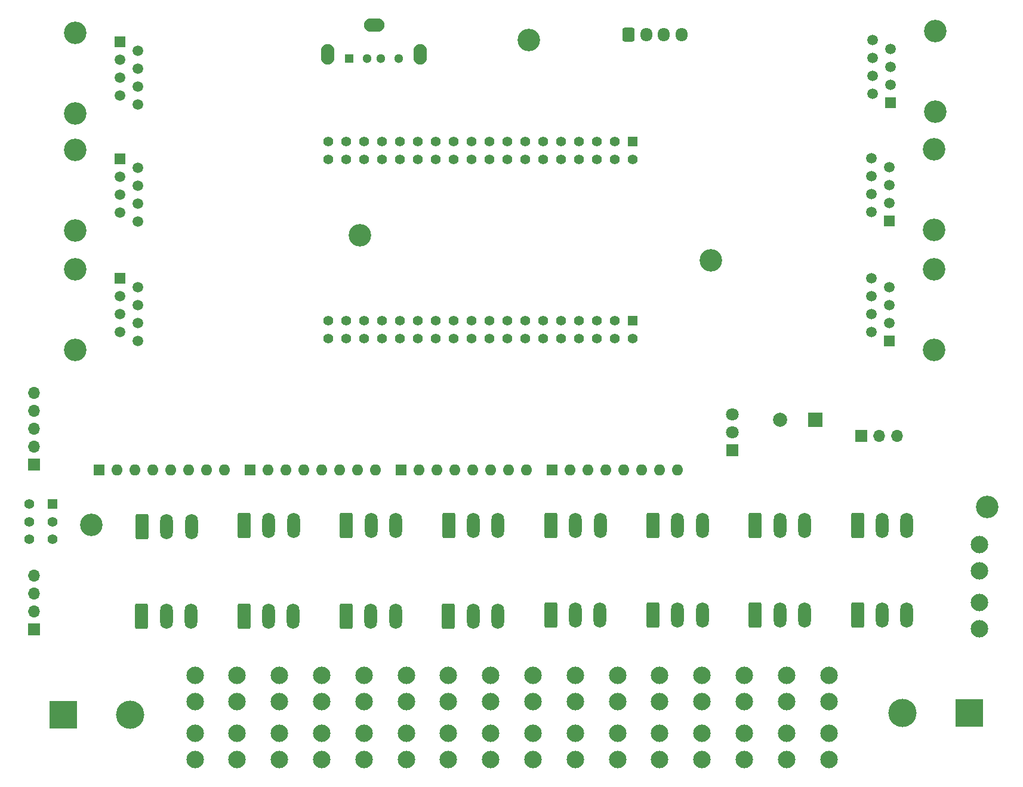
<source format=gbs>
G04 #@! TF.GenerationSoftware,KiCad,Pcbnew,(6.0.4)*
G04 #@! TF.CreationDate,2022-05-09T00:45:17-06:00*
G04 #@! TF.ProjectId,PB_16-6v1_SMD.kicad_pcb,50425f31-362d-4367-9631-5f534d442e6b,rev?*
G04 #@! TF.SameCoordinates,Original*
G04 #@! TF.FileFunction,Soldermask,Bot*
G04 #@! TF.FilePolarity,Negative*
%FSLAX46Y46*%
G04 Gerber Fmt 4.6, Leading zero omitted, Abs format (unit mm)*
G04 Created by KiCad (PCBNEW (6.0.4)) date 2022-05-09 00:45:17*
%MOMM*%
%LPD*%
G01*
G04 APERTURE LIST*
G04 Aperture macros list*
%AMRoundRect*
0 Rectangle with rounded corners*
0 $1 Rounding radius*
0 $2 $3 $4 $5 $6 $7 $8 $9 X,Y pos of 4 corners*
0 Add a 4 corners polygon primitive as box body*
4,1,4,$2,$3,$4,$5,$6,$7,$8,$9,$2,$3,0*
0 Add four circle primitives for the rounded corners*
1,1,$1+$1,$2,$3*
1,1,$1+$1,$4,$5*
1,1,$1+$1,$6,$7*
1,1,$1+$1,$8,$9*
0 Add four rect primitives between the rounded corners*
20,1,$1+$1,$2,$3,$4,$5,0*
20,1,$1+$1,$4,$5,$6,$7,0*
20,1,$1+$1,$6,$7,$8,$9,0*
20,1,$1+$1,$8,$9,$2,$3,0*%
G04 Aperture macros list end*
%ADD10C,3.200000*%
%ADD11R,1.500000X1.500000*%
%ADD12C,1.500000*%
%ADD13RoundRect,0.250000X-0.650000X-1.550000X0.650000X-1.550000X0.650000X1.550000X-0.650000X1.550000X0*%
%ADD14O,1.800000X3.600000*%
%ADD15R,1.600000X1.600000*%
%ADD16O,1.600000X1.600000*%
%ADD17R,1.700000X1.700000*%
%ADD18O,1.700000X1.700000*%
%ADD19C,2.475000*%
%ADD20R,4.000000X4.000000*%
%ADD21C,4.000000*%
%ADD22R,1.300000X1.300000*%
%ADD23C,1.300000*%
%ADD24O,2.900000X1.900000*%
%ADD25O,1.900000X2.900000*%
%ADD26RoundRect,0.250000X-0.600000X-0.725000X0.600000X-0.725000X0.600000X0.725000X-0.600000X0.725000X0*%
%ADD27O,1.700000X1.950000*%
%ADD28R,1.400000X1.400000*%
%ADD29C,1.400000*%
%ADD30R,1.800000X1.800000*%
%ADD31C,1.800000*%
%ADD32R,2.000000X2.000000*%
%ADD33C,2.000000*%
%ADD34R,1.408000X1.408000*%
%ADD35C,1.408000*%
G04 APERTURE END LIST*
D10*
X196830000Y-101056500D03*
X196830000Y-89626500D03*
D11*
X190480000Y-99786500D03*
D12*
X187940000Y-98516500D03*
X190480000Y-97246500D03*
X187940000Y-95976500D03*
X190480000Y-94706500D03*
X187940000Y-93436500D03*
X190480000Y-92166500D03*
X187940000Y-90896500D03*
D13*
X142433712Y-125984000D03*
D14*
X145933712Y-125984000D03*
X149433712Y-125984000D03*
D15*
X78359000Y-118110000D03*
D16*
X80899000Y-118110000D03*
X83439000Y-118110000D03*
X85979000Y-118110000D03*
X88519000Y-118110000D03*
X91059000Y-118110000D03*
X93599000Y-118110000D03*
X96139000Y-118110000D03*
D13*
X84401500Y-138818500D03*
D14*
X87901500Y-138818500D03*
X91401500Y-138818500D03*
D15*
X121207000Y-118110000D03*
D16*
X123747000Y-118110000D03*
X126287000Y-118110000D03*
X128827000Y-118110000D03*
X131367000Y-118110000D03*
X133907000Y-118110000D03*
X136447000Y-118110000D03*
X138987000Y-118110000D03*
D13*
X127935284Y-125984000D03*
D14*
X131435284Y-125984000D03*
X134935284Y-125984000D03*
D17*
X69088000Y-140716000D03*
D18*
X69088000Y-138176000D03*
X69088000Y-135636000D03*
X69088000Y-133096000D03*
D17*
X69088000Y-117348000D03*
D18*
X69088000Y-114808000D03*
X69088000Y-112268000D03*
X69088000Y-109728000D03*
X69088000Y-107188000D03*
D19*
X169875200Y-159136791D03*
X169875200Y-155436791D03*
X169875200Y-150936791D03*
X169875200Y-147236791D03*
D20*
X201809000Y-152545000D03*
D21*
X192309000Y-152545000D03*
D10*
X139319000Y-57150000D03*
D19*
X203200000Y-140570000D03*
X203200000Y-136870000D03*
X203200000Y-132370000D03*
X203200000Y-128670000D03*
D20*
X73264000Y-152763000D03*
D21*
X82764000Y-152763000D03*
D13*
X185929000Y-138684000D03*
D14*
X189429000Y-138684000D03*
X192929000Y-138684000D03*
D19*
X103936800Y-159136791D03*
X103936800Y-155436791D03*
X103936800Y-150936791D03*
X103936800Y-147236791D03*
D13*
X156921140Y-138684000D03*
D14*
X160421140Y-138684000D03*
X163921140Y-138684000D03*
D19*
X175869600Y-159136791D03*
X175869600Y-155436791D03*
X175869600Y-150936791D03*
X175869600Y-147236791D03*
D22*
X113848000Y-59789000D03*
D23*
X116348000Y-59789000D03*
X118348000Y-59789000D03*
X120848000Y-59789000D03*
D24*
X117348000Y-55009000D03*
D25*
X110778000Y-59189000D03*
X123918000Y-59189000D03*
D10*
X196946000Y-55895300D03*
X196946000Y-67325300D03*
D11*
X190596000Y-66055300D03*
D12*
X188056000Y-64785300D03*
X190596000Y-63515300D03*
X188056000Y-62245300D03*
X190596000Y-60975300D03*
X188056000Y-59705300D03*
X190596000Y-58435300D03*
X188056000Y-57165300D03*
D19*
X121920000Y-159136791D03*
X121920000Y-155436791D03*
X121920000Y-150936791D03*
X121920000Y-147236791D03*
D13*
X171425068Y-138684000D03*
D14*
X174925068Y-138684000D03*
X178425068Y-138684000D03*
D13*
X127913284Y-138818500D03*
D14*
X131413284Y-138818500D03*
X134913284Y-138818500D03*
D19*
X127914400Y-159136791D03*
X127914400Y-155436791D03*
X127914400Y-150936791D03*
X127914400Y-147236791D03*
D26*
X153456000Y-56371000D03*
D27*
X155956000Y-56371000D03*
X158456000Y-56371000D03*
X160956000Y-56371000D03*
D28*
X71755000Y-122936000D03*
D29*
X71755000Y-125436000D03*
X71755000Y-127936000D03*
X68455000Y-122936000D03*
X68455000Y-125436000D03*
X68455000Y-127936000D03*
D19*
X157886400Y-159136791D03*
X157886400Y-155436791D03*
X157886400Y-150936791D03*
X157886400Y-147236791D03*
D10*
X204343000Y-123317000D03*
D15*
X99783000Y-118110000D03*
D16*
X102323000Y-118110000D03*
X104863000Y-118110000D03*
X107403000Y-118110000D03*
X109943000Y-118110000D03*
X112483000Y-118110000D03*
X115023000Y-118110000D03*
X117563000Y-118110000D03*
D13*
X142417212Y-138684000D03*
D14*
X145917212Y-138684000D03*
X149417212Y-138684000D03*
D19*
X109931200Y-159136791D03*
X109931200Y-155436791D03*
X109931200Y-150936791D03*
X109931200Y-147236791D03*
X145897600Y-159136791D03*
X145897600Y-155436791D03*
X145897600Y-150936791D03*
X145897600Y-147236791D03*
D13*
X84440000Y-126118500D03*
D14*
X87940000Y-126118500D03*
X91440000Y-126118500D03*
D13*
X156932140Y-125984000D03*
D14*
X160432140Y-125984000D03*
X163932140Y-125984000D03*
D10*
X74950000Y-84109500D03*
X74950000Y-72679500D03*
D11*
X81300000Y-73949500D03*
D12*
X83840000Y-75219500D03*
X81300000Y-76489500D03*
X83840000Y-77759500D03*
X81300000Y-79029500D03*
X83840000Y-80299500D03*
X81300000Y-81569500D03*
X83840000Y-82839500D03*
D13*
X185929000Y-125984000D03*
D14*
X189429000Y-125984000D03*
X192929000Y-125984000D03*
D19*
X151892000Y-159136791D03*
X151892000Y-155436791D03*
X151892000Y-150936791D03*
X151892000Y-147236791D03*
D10*
X74950000Y-67548700D03*
X74950000Y-56118700D03*
D11*
X81300000Y-57388700D03*
D12*
X83840000Y-58658700D03*
X81300000Y-59928700D03*
X83840000Y-61198700D03*
X81300000Y-62468700D03*
X83840000Y-63738700D03*
X81300000Y-65008700D03*
X83840000Y-66278700D03*
D13*
X171430568Y-125984000D03*
D14*
X174930568Y-125984000D03*
X178430568Y-125984000D03*
D10*
X77216000Y-125857000D03*
D17*
X186436000Y-113284000D03*
D18*
X188976000Y-113284000D03*
X191516000Y-113284000D03*
D19*
X163880800Y-159136791D03*
X163880800Y-155436791D03*
X163880800Y-150936791D03*
X163880800Y-147236791D03*
D15*
X142631000Y-118110000D03*
D16*
X145171000Y-118110000D03*
X147711000Y-118110000D03*
X150251000Y-118110000D03*
X152791000Y-118110000D03*
X155331000Y-118110000D03*
X157871000Y-118110000D03*
X160411000Y-118110000D03*
D13*
X98938428Y-125984000D03*
D14*
X102438428Y-125984000D03*
X105938428Y-125984000D03*
D13*
X113436856Y-125984000D03*
D14*
X116936856Y-125984000D03*
X120436856Y-125984000D03*
D19*
X97942400Y-159136791D03*
X97942400Y-155436791D03*
X97942400Y-150936791D03*
X97942400Y-147236791D03*
D13*
X98905428Y-138818500D03*
D14*
X102405428Y-138818500D03*
X105905428Y-138818500D03*
D19*
X91948000Y-159136791D03*
X91948000Y-155436791D03*
X91948000Y-150936791D03*
X91948000Y-147236791D03*
D10*
X196830000Y-84089300D03*
X196830000Y-72659300D03*
D11*
X190480000Y-82819300D03*
D12*
X187940000Y-81549300D03*
X190480000Y-80279300D03*
X187940000Y-79009300D03*
X190480000Y-77739300D03*
X187940000Y-76469300D03*
X190480000Y-75199300D03*
X187940000Y-73929300D03*
D19*
X115925600Y-159148000D03*
X115925600Y-155448000D03*
X115925600Y-150948000D03*
X115925600Y-147248000D03*
D30*
X168147000Y-115321000D03*
D31*
X168147000Y-112781000D03*
X168147000Y-110241000D03*
D32*
X179959000Y-110998000D03*
D33*
X174959000Y-110998000D03*
D10*
X115316000Y-84836000D03*
X165100000Y-88392000D03*
X74950000Y-89646700D03*
X74950000Y-101076700D03*
D11*
X81300000Y-90916700D03*
D12*
X83840000Y-92186700D03*
X81300000Y-93456700D03*
X83840000Y-94726700D03*
X81300000Y-95996700D03*
X83840000Y-97266700D03*
X81300000Y-98536700D03*
X83840000Y-99806700D03*
D19*
X133908800Y-159136791D03*
X133908800Y-155436791D03*
X133908800Y-150936791D03*
X133908800Y-147236791D03*
D13*
X113409356Y-138818500D03*
D14*
X116909356Y-138818500D03*
X120409356Y-138818500D03*
D19*
X139903200Y-159136791D03*
X139903200Y-155436791D03*
X139903200Y-150936791D03*
X139903200Y-147236791D03*
D34*
X154076400Y-71526400D03*
D35*
X154076400Y-74066400D03*
X151536400Y-71526400D03*
X151536400Y-74066400D03*
X148996400Y-71526400D03*
X148996400Y-74066400D03*
X146456400Y-71526400D03*
X146456400Y-74066400D03*
X143916400Y-71526400D03*
X143916400Y-74066400D03*
X141376400Y-71526400D03*
X141376400Y-74066400D03*
X138836400Y-71526400D03*
X138836400Y-74066400D03*
X136296400Y-71526400D03*
X136296400Y-74066400D03*
X133756400Y-71526400D03*
X133756400Y-74066400D03*
X131216400Y-71526400D03*
X131216400Y-74066400D03*
X128676400Y-71526400D03*
X128676400Y-74066400D03*
X126136400Y-71526400D03*
X126136400Y-74066400D03*
X123596400Y-71526400D03*
X123596400Y-74066400D03*
X121056400Y-71526400D03*
X121056400Y-74066400D03*
X118516400Y-71526400D03*
X118516400Y-74066400D03*
X115976400Y-71526400D03*
X115976400Y-74066400D03*
X113436400Y-71526400D03*
X113436400Y-74066400D03*
X110896400Y-71526400D03*
X110896400Y-74066400D03*
D34*
X154076400Y-96926400D03*
D35*
X154076400Y-99466400D03*
X151536400Y-96926400D03*
X151536400Y-99466400D03*
X148996400Y-96926400D03*
X148996400Y-99466400D03*
X146456400Y-96926400D03*
X146456400Y-99466400D03*
X143916400Y-96926400D03*
X143916400Y-99466400D03*
X141376400Y-96926400D03*
X141376400Y-99466400D03*
X138836400Y-96926400D03*
X138836400Y-99466400D03*
X136296400Y-96926400D03*
X136296400Y-99466400D03*
X133756400Y-96926400D03*
X133756400Y-99466400D03*
X131216400Y-96926400D03*
X131216400Y-99466400D03*
X128676400Y-96926400D03*
X128676400Y-99466400D03*
X126136400Y-96926400D03*
X126136400Y-99466400D03*
X123596400Y-96926400D03*
X123596400Y-99466400D03*
X121056400Y-96926400D03*
X121056400Y-99466400D03*
X118516400Y-96926400D03*
X118516400Y-99466400D03*
X115976400Y-96926400D03*
X115976400Y-99466400D03*
X113436400Y-96926400D03*
X113436400Y-99466400D03*
X110896400Y-96926400D03*
X110896400Y-99466400D03*
D19*
X181864000Y-159136791D03*
X181864000Y-155436791D03*
X181864000Y-150936791D03*
X181864000Y-147236791D03*
M02*

</source>
